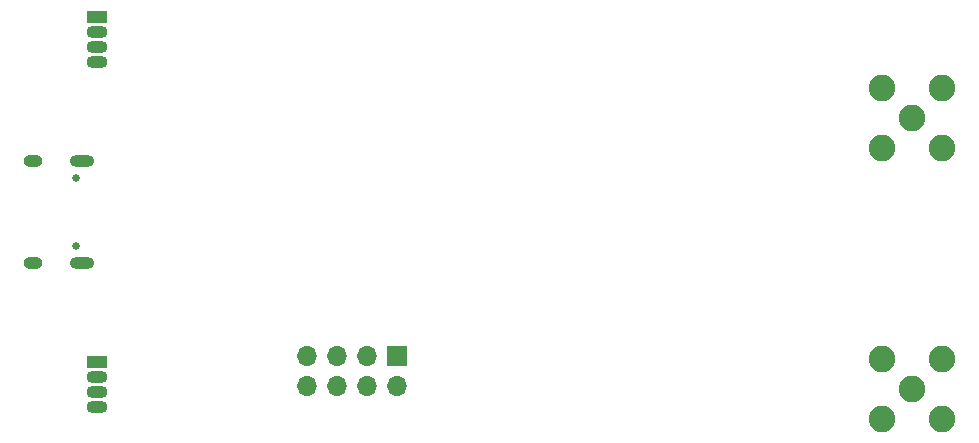
<source format=gbr>
G04 #@! TF.GenerationSoftware,KiCad,Pcbnew,5.1.8-db9833491~87~ubuntu20.04.1*
G04 #@! TF.CreationDate,2020-11-19T11:44:44+01:00*
G04 #@! TF.ProjectId,daisy,64616973-792e-46b6-9963-61645f706362,v1.0*
G04 #@! TF.SameCoordinates,Original*
G04 #@! TF.FileFunction,Soldermask,Bot*
G04 #@! TF.FilePolarity,Negative*
%FSLAX46Y46*%
G04 Gerber Fmt 4.6, Leading zero omitted, Abs format (unit mm)*
G04 Created by KiCad (PCBNEW 5.1.8-db9833491~87~ubuntu20.04.1) date 2020-11-19 11:44:44*
%MOMM*%
%LPD*%
G01*
G04 APERTURE LIST*
%ADD10C,2.250000*%
%ADD11O,1.600000X1.000000*%
%ADD12C,0.650000*%
%ADD13O,2.100000X1.000000*%
%ADD14O,1.800000X1.070000*%
%ADD15R,1.800000X1.070000*%
%ADD16R,1.700000X1.700000*%
%ADD17O,1.700000X1.700000*%
G04 APERTURE END LIST*
D10*
X196000000Y-128500000D03*
X193460000Y-131040000D03*
X198540000Y-131040000D03*
X198540000Y-125960000D03*
X193460000Y-125960000D03*
X196000000Y-105500000D03*
X193460000Y-108040000D03*
X198540000Y-108040000D03*
X198540000Y-102960000D03*
X193460000Y-102960000D03*
D11*
X121530000Y-117820000D03*
D12*
X125180000Y-116390000D03*
D11*
X121530000Y-109180000D03*
D12*
X125180000Y-110610000D03*
D13*
X125710000Y-109180000D03*
X125710000Y-117820000D03*
D14*
X127000000Y-100810000D03*
X127000000Y-99540000D03*
X127000000Y-98270000D03*
D15*
X127000000Y-97000000D03*
X127000000Y-126200000D03*
D14*
X127000000Y-127470000D03*
X127000000Y-128740000D03*
X127000000Y-130010000D03*
D16*
X152400000Y-125730000D03*
D17*
X152400000Y-128270000D03*
X149860000Y-125730000D03*
X149860000Y-128270000D03*
X147320000Y-125730000D03*
X147320000Y-128270000D03*
X144780000Y-125730000D03*
X144780000Y-128270000D03*
M02*

</source>
